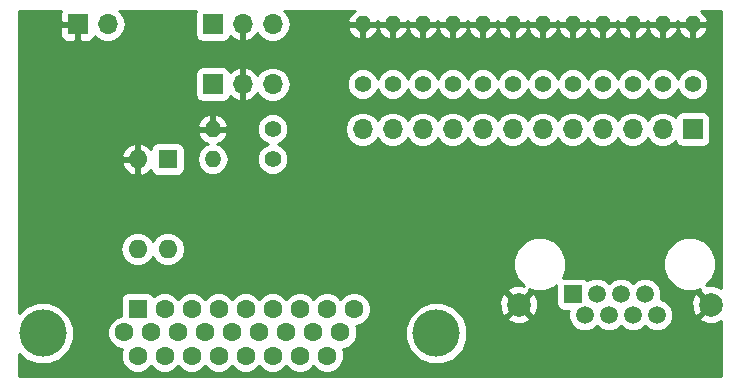
<source format=gbl>
G04 #@! TF.GenerationSoftware,KiCad,Pcbnew,(6.0.0-rc1-dev-392-gd9d005190)*
G04 #@! TF.CreationDate,2019-08-06T20:11:49-04:00*
G04 #@! TF.ProjectId,relay_ctrl,72656C61795F6374726C2E6B69636164,rev?*
G04 #@! TF.SameCoordinates,Original*
G04 #@! TF.FileFunction,Copper,L2,Bot,Signal*
G04 #@! TF.FilePolarity,Positive*
%FSLAX46Y46*%
G04 Gerber Fmt 4.6, Leading zero omitted, Abs format (unit mm)*
G04 Created by KiCad (PCBNEW (6.0.0-rc1-dev-392-gd9d005190)) date 08/06/19 20:11:49*
%MOMM*%
%LPD*%
G01*
G04 APERTURE LIST*
G04 #@! TA.AperFunction,ComponentPad*
%ADD10O,1.600000X1.600000*%
G04 #@! TD*
G04 #@! TA.AperFunction,ComponentPad*
%ADD11R,1.600000X1.600000*%
G04 #@! TD*
G04 #@! TA.AperFunction,ComponentPad*
%ADD12O,1.400000X1.400000*%
G04 #@! TD*
G04 #@! TA.AperFunction,ComponentPad*
%ADD13C,1.400000*%
G04 #@! TD*
G04 #@! TA.AperFunction,ComponentPad*
%ADD14O,1.700000X1.700000*%
G04 #@! TD*
G04 #@! TA.AperFunction,ComponentPad*
%ADD15R,1.700000X1.700000*%
G04 #@! TD*
G04 #@! TA.AperFunction,ComponentPad*
%ADD16C,4.000000*%
G04 #@! TD*
G04 #@! TA.AperFunction,ComponentPad*
%ADD17C,1.600000*%
G04 #@! TD*
G04 #@! TA.AperFunction,ComponentPad*
%ADD18C,2.000000*%
G04 #@! TD*
G04 #@! TA.AperFunction,ComponentPad*
%ADD19C,1.500000*%
G04 #@! TD*
G04 #@! TA.AperFunction,ComponentPad*
%ADD20R,1.500000X1.500000*%
G04 #@! TD*
G04 #@! TA.AperFunction,Conductor*
%ADD21C,0.254000*%
G04 #@! TD*
G04 APERTURE END LIST*
D10*
G04 #@! TO.P,U1,4*
G04 #@! TO.N,Turbo_remotepriority*
X148590000Y-132080000D03*
G04 #@! TO.P,U1,2*
G04 #@! TO.N,GND*
X146050000Y-124460000D03*
G04 #@! TO.P,U1,3*
G04 #@! TO.N,Turbo_Vref*
X146050000Y-132080000D03*
D11*
G04 #@! TO.P,U1,1*
G04 #@! TO.N,Net-(R10-Pad2)*
X148590000Y-124460000D03*
G04 #@! TD*
D12*
G04 #@! TO.P,R14,2*
G04 #@! TO.N,GND*
X165100000Y-113030000D03*
D13*
G04 #@! TO.P,R14,1*
G04 #@! TO.N,Convection_relay*
X165100000Y-118110000D03*
G04 #@! TD*
D12*
G04 #@! TO.P,R13,2*
G04 #@! TO.N,GND*
X167640000Y-113030000D03*
D13*
G04 #@! TO.P,R13,1*
G04 #@! TO.N,Turbo_interlock*
X167640000Y-118110000D03*
G04 #@! TD*
D12*
G04 #@! TO.P,R12,2*
G04 #@! TO.N,GND*
X170180000Y-113030000D03*
D13*
G04 #@! TO.P,R12,1*
G04 #@! TO.N,Turbo_active*
X170180000Y-118110000D03*
G04 #@! TD*
D12*
G04 #@! TO.P,R11,2*
G04 #@! TO.N,GND*
X172720000Y-113030000D03*
D13*
G04 #@! TO.P,R11,1*
G04 #@! TO.N,IG_relay*
X172720000Y-118110000D03*
G04 #@! TD*
D12*
G04 #@! TO.P,R10,2*
G04 #@! TO.N,Net-(R10-Pad2)*
X152400000Y-124460000D03*
D13*
G04 #@! TO.P,R10,1*
G04 #@! TO.N,Turbo_interlock*
X157480000Y-124460000D03*
G04 #@! TD*
D12*
G04 #@! TO.P,R9,2*
G04 #@! TO.N,GND*
X175260000Y-113030000D03*
D13*
G04 #@! TO.P,R9,1*
G04 #@! TO.N,Backing2_active*
X175260000Y-118110000D03*
G04 #@! TD*
D12*
G04 #@! TO.P,R8,2*
G04 #@! TO.N,GND*
X177800000Y-113030000D03*
D13*
G04 #@! TO.P,R8,1*
G04 #@! TO.N,Compressor2_active*
X177800000Y-118110000D03*
G04 #@! TD*
D12*
G04 #@! TO.P,R7,2*
G04 #@! TO.N,GND*
X152400000Y-121920000D03*
D13*
G04 #@! TO.P,R7,1*
G04 #@! TO.N,Turbo_interlock*
X157480000Y-121920000D03*
G04 #@! TD*
D12*
G04 #@! TO.P,R6,2*
G04 #@! TO.N,GND*
X180340000Y-113030000D03*
D13*
G04 #@! TO.P,R6,1*
G04 #@! TO.N,Compressor1_active*
X180340000Y-118110000D03*
G04 #@! TD*
D12*
G04 #@! TO.P,R5,2*
G04 #@! TO.N,GND*
X182880000Y-113030000D03*
D13*
G04 #@! TO.P,R5,1*
G04 #@! TO.N,Backing1_active*
X182880000Y-118110000D03*
G04 #@! TD*
D12*
G04 #@! TO.P,R4,2*
G04 #@! TO.N,GND*
X185420000Y-113030000D03*
D13*
G04 #@! TO.P,R4,1*
G04 #@! TO.N,Compressor1_interlock*
X185420000Y-118110000D03*
G04 #@! TD*
D12*
G04 #@! TO.P,R3,2*
G04 #@! TO.N,GND*
X187960000Y-113030000D03*
D13*
G04 #@! TO.P,R3,1*
G04 #@! TO.N,Backing1_interlock*
X187960000Y-118110000D03*
G04 #@! TD*
D12*
G04 #@! TO.P,R2,2*
G04 #@! TO.N,GND*
X190500000Y-113030000D03*
D13*
G04 #@! TO.P,R2,1*
G04 #@! TO.N,Backing2_interlock*
X190500000Y-118110000D03*
G04 #@! TD*
D12*
G04 #@! TO.P,R1,2*
G04 #@! TO.N,GND*
X193040000Y-113030000D03*
D13*
G04 #@! TO.P,R1,1*
G04 #@! TO.N,Compressor2_interlock*
X193040000Y-118110000D03*
G04 #@! TD*
D14*
G04 #@! TO.P,J5,2*
G04 #@! TO.N,+5V*
X143510000Y-113030000D03*
D15*
G04 #@! TO.P,J5,1*
G04 #@! TO.N,GND*
X140970000Y-113030000D03*
G04 #@! TD*
D14*
G04 #@! TO.P,J4,3*
G04 #@! TO.N,IG_relay*
X157480000Y-113030000D03*
G04 #@! TO.P,J4,2*
G04 #@! TO.N,GND*
X154940000Y-113030000D03*
D15*
G04 #@! TO.P,J4,1*
G04 #@! TO.N,+5V*
X152400000Y-113030000D03*
G04 #@! TD*
D14*
G04 #@! TO.P,J3,3*
G04 #@! TO.N,Convection_relay*
X157480000Y-118110000D03*
G04 #@! TO.P,J3,2*
G04 #@! TO.N,GND*
X154940000Y-118110000D03*
D15*
G04 #@! TO.P,J3,1*
G04 #@! TO.N,+5V*
X152400000Y-118110000D03*
G04 #@! TD*
D14*
G04 #@! TO.P,J6,12*
G04 #@! TO.N,Convection_relay*
X165100000Y-121920000D03*
G04 #@! TO.P,J6,11*
G04 #@! TO.N,Turbo_interlock*
X167640000Y-121920000D03*
G04 #@! TO.P,J6,10*
G04 #@! TO.N,Turbo_active*
X170180000Y-121920000D03*
G04 #@! TO.P,J6,9*
G04 #@! TO.N,IG_relay*
X172720000Y-121920000D03*
G04 #@! TO.P,J6,8*
G04 #@! TO.N,Backing2_active*
X175260000Y-121920000D03*
G04 #@! TO.P,J6,7*
G04 #@! TO.N,Compressor2_active*
X177800000Y-121920000D03*
G04 #@! TO.P,J6,6*
G04 #@! TO.N,Compressor1_active*
X180340000Y-121920000D03*
G04 #@! TO.P,J6,5*
G04 #@! TO.N,Backing1_active*
X182880000Y-121920000D03*
G04 #@! TO.P,J6,4*
G04 #@! TO.N,Compressor1_interlock*
X185420000Y-121920000D03*
G04 #@! TO.P,J6,3*
G04 #@! TO.N,Backing1_interlock*
X187960000Y-121920000D03*
G04 #@! TO.P,J6,2*
G04 #@! TO.N,Backing2_interlock*
X190500000Y-121920000D03*
D15*
G04 #@! TO.P,J6,1*
G04 #@! TO.N,Compressor2_interlock*
X193040000Y-121920000D03*
G04 #@! TD*
D16*
G04 #@! TO.P,J2,0*
G04 #@! TO.N,N/C*
X171325000Y-139210000D03*
X138025000Y-139210000D03*
D17*
G04 #@! TO.P,J2,26*
G04 #@! TO.N,Net-(J2-Pad26)*
X162080000Y-141120000D03*
G04 #@! TO.P,J2,25*
G04 #@! TO.N,Net-(J2-Pad25)*
X159790000Y-141120000D03*
G04 #@! TO.P,J2,24*
G04 #@! TO.N,Net-(J2-Pad24)*
X157500000Y-141120000D03*
G04 #@! TO.P,J2,23*
G04 #@! TO.N,Net-(J2-Pad23)*
X155210000Y-141120000D03*
G04 #@! TO.P,J2,22*
G04 #@! TO.N,Net-(J2-Pad22)*
X152920000Y-141120000D03*
G04 #@! TO.P,J2,21*
G04 #@! TO.N,Net-(J2-Pad21)*
X150630000Y-141120000D03*
G04 #@! TO.P,J2,20*
G04 #@! TO.N,Net-(J2-Pad20)*
X148340000Y-141120000D03*
G04 #@! TO.P,J2,19*
G04 #@! TO.N,Net-(J2-Pad19)*
X146050000Y-141120000D03*
G04 #@! TO.P,J2,18*
G04 #@! TO.N,Net-(J2-Pad18)*
X163225000Y-139140000D03*
G04 #@! TO.P,J2,17*
G04 #@! TO.N,Turbo_active*
X160935000Y-139140000D03*
G04 #@! TO.P,J2,16*
G04 #@! TO.N,+5V*
X158645000Y-139140000D03*
G04 #@! TO.P,J2,15*
G04 #@! TO.N,Turbo_remotepriority*
X156355000Y-139140000D03*
G04 #@! TO.P,J2,14*
G04 #@! TO.N,Net-(J2-Pad14)*
X154065000Y-139140000D03*
G04 #@! TO.P,J2,13*
G04 #@! TO.N,Net-(J2-Pad13)*
X151775000Y-139140000D03*
G04 #@! TO.P,J2,12*
G04 #@! TO.N,Net-(J2-Pad12)*
X149485000Y-139140000D03*
G04 #@! TO.P,J2,11*
G04 #@! TO.N,Net-(J2-Pad11)*
X147195000Y-139140000D03*
G04 #@! TO.P,J2,10*
G04 #@! TO.N,Net-(J2-Pad10)*
X144905000Y-139140000D03*
G04 #@! TO.P,J2,9*
G04 #@! TO.N,Net-(J2-Pad9)*
X164370000Y-137160000D03*
G04 #@! TO.P,J2,8*
G04 #@! TO.N,Net-(J2-Pad8)*
X162080000Y-137160000D03*
G04 #@! TO.P,J2,7*
G04 #@! TO.N,Net-(J2-Pad7)*
X159790000Y-137160000D03*
G04 #@! TO.P,J2,6*
G04 #@! TO.N,Net-(J2-Pad6)*
X157500000Y-137160000D03*
G04 #@! TO.P,J2,5*
G04 #@! TO.N,Net-(J2-Pad5)*
X155210000Y-137160000D03*
G04 #@! TO.P,J2,4*
G04 #@! TO.N,Net-(J2-Pad4)*
X152920000Y-137160000D03*
G04 #@! TO.P,J2,3*
G04 #@! TO.N,Net-(J2-Pad3)*
X150630000Y-137160000D03*
G04 #@! TO.P,J2,2*
G04 #@! TO.N,Net-(J2-Pad2)*
X148340000Y-137160000D03*
D11*
G04 #@! TO.P,J2,1*
G04 #@! TO.N,Turbo_Vref*
X146050000Y-137160000D03*
G04 #@! TD*
D18*
G04 #@! TO.P,J1,SH*
G04 #@! TO.N,GND*
X178310000Y-136780000D03*
X194570000Y-136780000D03*
D19*
G04 #@! TO.P,J1,8*
G04 #@! TO.N,Backing2_interlock*
X190020000Y-137670000D03*
G04 #@! TO.P,J1,6*
G04 #@! TO.N,Compressor2_interlock*
X187980000Y-137670000D03*
G04 #@! TO.P,J1,4*
G04 #@! TO.N,Backing2_active*
X185940000Y-137670000D03*
G04 #@! TO.P,J1,2*
G04 #@! TO.N,Compressor2_active*
X183900000Y-137670000D03*
G04 #@! TO.P,J1,7*
G04 #@! TO.N,Backing1_interlock*
X189000000Y-135890000D03*
G04 #@! TO.P,J1,5*
G04 #@! TO.N,Compressor1_interlock*
X186960000Y-135890000D03*
G04 #@! TO.P,J1,3*
G04 #@! TO.N,Backing1_active*
X184920000Y-135890000D03*
D20*
G04 #@! TO.P,J1,1*
G04 #@! TO.N,Compressor1_active*
X182880000Y-135890000D03*
G04 #@! TD*
D21*
G04 #@! TO.N,GND*
G36*
X139485000Y-112053691D02*
X139485000Y-112744250D01*
X139643750Y-112903000D01*
X140843000Y-112903000D01*
X140843000Y-112883000D01*
X141097000Y-112883000D01*
X141097000Y-112903000D01*
X141117000Y-112903000D01*
X141117000Y-113157000D01*
X141097000Y-113157000D01*
X141097000Y-114356250D01*
X141255750Y-114515000D01*
X141946310Y-114515000D01*
X142179699Y-114418327D01*
X142358327Y-114239698D01*
X142424904Y-114078967D01*
X142439375Y-114100625D01*
X142930582Y-114428839D01*
X143363744Y-114515000D01*
X143656256Y-114515000D01*
X144089418Y-114428839D01*
X144580625Y-114100625D01*
X144908839Y-113609418D01*
X145024092Y-113030000D01*
X144908839Y-112450582D01*
X144580625Y-111959375D01*
X144472308Y-111887000D01*
X150982068Y-111887000D01*
X150951843Y-111932235D01*
X150902560Y-112180000D01*
X150902560Y-113880000D01*
X150951843Y-114127765D01*
X151092191Y-114337809D01*
X151302235Y-114478157D01*
X151550000Y-114527440D01*
X153250000Y-114527440D01*
X153497765Y-114478157D01*
X153707809Y-114337809D01*
X153848157Y-114127765D01*
X153868739Y-114024292D01*
X154173076Y-114301645D01*
X154583110Y-114471476D01*
X154813000Y-114350155D01*
X154813000Y-113157000D01*
X154793000Y-113157000D01*
X154793000Y-112903000D01*
X154813000Y-112903000D01*
X154813000Y-112883000D01*
X155067000Y-112883000D01*
X155067000Y-112903000D01*
X155087000Y-112903000D01*
X155087000Y-113157000D01*
X155067000Y-113157000D01*
X155067000Y-114350155D01*
X155296890Y-114471476D01*
X155706924Y-114301645D01*
X156135183Y-113911358D01*
X156196157Y-113781522D01*
X156409375Y-114100625D01*
X156900582Y-114428839D01*
X157333744Y-114515000D01*
X157626256Y-114515000D01*
X158059418Y-114428839D01*
X158550625Y-114100625D01*
X158878839Y-113609418D01*
X158927788Y-113363331D01*
X163807273Y-113363331D01*
X164033236Y-113832663D01*
X164421604Y-114179797D01*
X164766671Y-114322716D01*
X164973000Y-114199374D01*
X164973000Y-113157000D01*
X165227000Y-113157000D01*
X165227000Y-114199374D01*
X165433329Y-114322716D01*
X165778396Y-114179797D01*
X166166764Y-113832663D01*
X166370000Y-113410536D01*
X166573236Y-113832663D01*
X166961604Y-114179797D01*
X167306671Y-114322716D01*
X167513000Y-114199374D01*
X167513000Y-113157000D01*
X167767000Y-113157000D01*
X167767000Y-114199374D01*
X167973329Y-114322716D01*
X168318396Y-114179797D01*
X168706764Y-113832663D01*
X168910000Y-113410536D01*
X169113236Y-113832663D01*
X169501604Y-114179797D01*
X169846671Y-114322716D01*
X170053000Y-114199374D01*
X170053000Y-113157000D01*
X170307000Y-113157000D01*
X170307000Y-114199374D01*
X170513329Y-114322716D01*
X170858396Y-114179797D01*
X171246764Y-113832663D01*
X171450000Y-113410536D01*
X171653236Y-113832663D01*
X172041604Y-114179797D01*
X172386671Y-114322716D01*
X172593000Y-114199374D01*
X172593000Y-113157000D01*
X172847000Y-113157000D01*
X172847000Y-114199374D01*
X173053329Y-114322716D01*
X173398396Y-114179797D01*
X173786764Y-113832663D01*
X173990000Y-113410536D01*
X174193236Y-113832663D01*
X174581604Y-114179797D01*
X174926671Y-114322716D01*
X175133000Y-114199374D01*
X175133000Y-113157000D01*
X175387000Y-113157000D01*
X175387000Y-114199374D01*
X175593329Y-114322716D01*
X175938396Y-114179797D01*
X176326764Y-113832663D01*
X176530000Y-113410536D01*
X176733236Y-113832663D01*
X177121604Y-114179797D01*
X177466671Y-114322716D01*
X177673000Y-114199374D01*
X177673000Y-113157000D01*
X177927000Y-113157000D01*
X177927000Y-114199374D01*
X178133329Y-114322716D01*
X178478396Y-114179797D01*
X178866764Y-113832663D01*
X179070000Y-113410536D01*
X179273236Y-113832663D01*
X179661604Y-114179797D01*
X180006671Y-114322716D01*
X180213000Y-114199374D01*
X180213000Y-113157000D01*
X180467000Y-113157000D01*
X180467000Y-114199374D01*
X180673329Y-114322716D01*
X181018396Y-114179797D01*
X181406764Y-113832663D01*
X181610000Y-113410536D01*
X181813236Y-113832663D01*
X182201604Y-114179797D01*
X182546671Y-114322716D01*
X182753000Y-114199374D01*
X182753000Y-113157000D01*
X183007000Y-113157000D01*
X183007000Y-114199374D01*
X183213329Y-114322716D01*
X183558396Y-114179797D01*
X183946764Y-113832663D01*
X184150000Y-113410536D01*
X184353236Y-113832663D01*
X184741604Y-114179797D01*
X185086671Y-114322716D01*
X185293000Y-114199374D01*
X185293000Y-113157000D01*
X185547000Y-113157000D01*
X185547000Y-114199374D01*
X185753329Y-114322716D01*
X186098396Y-114179797D01*
X186486764Y-113832663D01*
X186690000Y-113410536D01*
X186893236Y-113832663D01*
X187281604Y-114179797D01*
X187626671Y-114322716D01*
X187833000Y-114199374D01*
X187833000Y-113157000D01*
X188087000Y-113157000D01*
X188087000Y-114199374D01*
X188293329Y-114322716D01*
X188638396Y-114179797D01*
X189026764Y-113832663D01*
X189230000Y-113410536D01*
X189433236Y-113832663D01*
X189821604Y-114179797D01*
X190166671Y-114322716D01*
X190373000Y-114199374D01*
X190373000Y-113157000D01*
X190627000Y-113157000D01*
X190627000Y-114199374D01*
X190833329Y-114322716D01*
X191178396Y-114179797D01*
X191566764Y-113832663D01*
X191770000Y-113410536D01*
X191973236Y-113832663D01*
X192361604Y-114179797D01*
X192706671Y-114322716D01*
X192913000Y-114199374D01*
X192913000Y-113157000D01*
X193167000Y-113157000D01*
X193167000Y-114199374D01*
X193373329Y-114322716D01*
X193718396Y-114179797D01*
X194106764Y-113832663D01*
X194332727Y-113363331D01*
X194210206Y-113157000D01*
X193167000Y-113157000D01*
X192913000Y-113157000D01*
X191869794Y-113157000D01*
X191770000Y-113325058D01*
X191670206Y-113157000D01*
X190627000Y-113157000D01*
X190373000Y-113157000D01*
X189329794Y-113157000D01*
X189230000Y-113325058D01*
X189130206Y-113157000D01*
X188087000Y-113157000D01*
X187833000Y-113157000D01*
X186789794Y-113157000D01*
X186690000Y-113325058D01*
X186590206Y-113157000D01*
X185547000Y-113157000D01*
X185293000Y-113157000D01*
X184249794Y-113157000D01*
X184150000Y-113325058D01*
X184050206Y-113157000D01*
X183007000Y-113157000D01*
X182753000Y-113157000D01*
X181709794Y-113157000D01*
X181610000Y-113325058D01*
X181510206Y-113157000D01*
X180467000Y-113157000D01*
X180213000Y-113157000D01*
X179169794Y-113157000D01*
X179070000Y-113325058D01*
X178970206Y-113157000D01*
X177927000Y-113157000D01*
X177673000Y-113157000D01*
X176629794Y-113157000D01*
X176530000Y-113325058D01*
X176430206Y-113157000D01*
X175387000Y-113157000D01*
X175133000Y-113157000D01*
X174089794Y-113157000D01*
X173990000Y-113325058D01*
X173890206Y-113157000D01*
X172847000Y-113157000D01*
X172593000Y-113157000D01*
X171549794Y-113157000D01*
X171450000Y-113325058D01*
X171350206Y-113157000D01*
X170307000Y-113157000D01*
X170053000Y-113157000D01*
X169009794Y-113157000D01*
X168910000Y-113325058D01*
X168810206Y-113157000D01*
X167767000Y-113157000D01*
X167513000Y-113157000D01*
X166469794Y-113157000D01*
X166370000Y-113325058D01*
X166270206Y-113157000D01*
X165227000Y-113157000D01*
X164973000Y-113157000D01*
X163929794Y-113157000D01*
X163807273Y-113363331D01*
X158927788Y-113363331D01*
X158994092Y-113030000D01*
X158878839Y-112450582D01*
X158550625Y-111959375D01*
X158442308Y-111887000D01*
X164414000Y-111887000D01*
X164033236Y-112227337D01*
X163807273Y-112696669D01*
X163929794Y-112903000D01*
X164973000Y-112903000D01*
X164973000Y-112883000D01*
X165227000Y-112883000D01*
X165227000Y-112903000D01*
X166270206Y-112903000D01*
X166370000Y-112734942D01*
X166469794Y-112903000D01*
X167513000Y-112903000D01*
X167513000Y-112883000D01*
X167767000Y-112883000D01*
X167767000Y-112903000D01*
X168810206Y-112903000D01*
X168910000Y-112734942D01*
X169009794Y-112903000D01*
X170053000Y-112903000D01*
X170053000Y-112883000D01*
X170307000Y-112883000D01*
X170307000Y-112903000D01*
X171350206Y-112903000D01*
X171450000Y-112734942D01*
X171549794Y-112903000D01*
X172593000Y-112903000D01*
X172593000Y-112883000D01*
X172847000Y-112883000D01*
X172847000Y-112903000D01*
X173890206Y-112903000D01*
X173990000Y-112734942D01*
X174089794Y-112903000D01*
X175133000Y-112903000D01*
X175133000Y-112883000D01*
X175387000Y-112883000D01*
X175387000Y-112903000D01*
X176430206Y-112903000D01*
X176530000Y-112734942D01*
X176629794Y-112903000D01*
X177673000Y-112903000D01*
X177673000Y-112883000D01*
X177927000Y-112883000D01*
X177927000Y-112903000D01*
X178970206Y-112903000D01*
X179070000Y-112734942D01*
X179169794Y-112903000D01*
X180213000Y-112903000D01*
X180213000Y-112883000D01*
X180467000Y-112883000D01*
X180467000Y-112903000D01*
X181510206Y-112903000D01*
X181610000Y-112734942D01*
X181709794Y-112903000D01*
X182753000Y-112903000D01*
X182753000Y-112883000D01*
X183007000Y-112883000D01*
X183007000Y-112903000D01*
X184050206Y-112903000D01*
X184150000Y-112734942D01*
X184249794Y-112903000D01*
X185293000Y-112903000D01*
X185293000Y-112883000D01*
X185547000Y-112883000D01*
X185547000Y-112903000D01*
X186590206Y-112903000D01*
X186690000Y-112734942D01*
X186789794Y-112903000D01*
X187833000Y-112903000D01*
X187833000Y-112883000D01*
X188087000Y-112883000D01*
X188087000Y-112903000D01*
X189130206Y-112903000D01*
X189230000Y-112734942D01*
X189329794Y-112903000D01*
X190373000Y-112903000D01*
X190373000Y-112883000D01*
X190627000Y-112883000D01*
X190627000Y-112903000D01*
X191670206Y-112903000D01*
X191770000Y-112734942D01*
X191869794Y-112903000D01*
X192913000Y-112903000D01*
X192913000Y-112883000D01*
X193167000Y-112883000D01*
X193167000Y-112903000D01*
X194210206Y-112903000D01*
X194332727Y-112696669D01*
X194106764Y-112227337D01*
X193726000Y-111887000D01*
X195453000Y-111887000D01*
X195453000Y-135384241D01*
X195444264Y-135360613D01*
X194834539Y-135134092D01*
X194184540Y-135158144D01*
X194173338Y-135162784D01*
X194705935Y-134630187D01*
X195050000Y-133799542D01*
X195050000Y-132900458D01*
X194705935Y-132069813D01*
X194070187Y-131434065D01*
X193239542Y-131090000D01*
X192340458Y-131090000D01*
X191509813Y-131434065D01*
X190874065Y-132069813D01*
X190530000Y-132900458D01*
X190530000Y-133799542D01*
X190874065Y-134630187D01*
X191509813Y-135265935D01*
X192340458Y-135610000D01*
X193239542Y-135610000D01*
X193669355Y-135431965D01*
X193597073Y-135627468D01*
X194570000Y-136600395D01*
X194584143Y-136586253D01*
X194763748Y-136765858D01*
X194749605Y-136780000D01*
X194763748Y-136794143D01*
X194584143Y-136973748D01*
X194570000Y-136959605D01*
X193597073Y-137932532D01*
X193695736Y-138199387D01*
X194305461Y-138425908D01*
X194955460Y-138401856D01*
X195444264Y-138199387D01*
X195453000Y-138175759D01*
X195453000Y-142850000D01*
X136017000Y-142850000D01*
X136017000Y-140928453D01*
X136532392Y-141443845D01*
X137500866Y-141845000D01*
X138549134Y-141845000D01*
X139517608Y-141443845D01*
X140258845Y-140702608D01*
X140660000Y-139734134D01*
X140660000Y-138854561D01*
X143470000Y-138854561D01*
X143470000Y-139425439D01*
X143688466Y-139952862D01*
X144092138Y-140356534D01*
X144619561Y-140575000D01*
X144722514Y-140575000D01*
X144615000Y-140834561D01*
X144615000Y-141405439D01*
X144833466Y-141932862D01*
X145237138Y-142336534D01*
X145764561Y-142555000D01*
X146335439Y-142555000D01*
X146862862Y-142336534D01*
X147195000Y-142004396D01*
X147527138Y-142336534D01*
X148054561Y-142555000D01*
X148625439Y-142555000D01*
X149152862Y-142336534D01*
X149485000Y-142004396D01*
X149817138Y-142336534D01*
X150344561Y-142555000D01*
X150915439Y-142555000D01*
X151442862Y-142336534D01*
X151775000Y-142004396D01*
X152107138Y-142336534D01*
X152634561Y-142555000D01*
X153205439Y-142555000D01*
X153732862Y-142336534D01*
X154065000Y-142004396D01*
X154397138Y-142336534D01*
X154924561Y-142555000D01*
X155495439Y-142555000D01*
X156022862Y-142336534D01*
X156355000Y-142004396D01*
X156687138Y-142336534D01*
X157214561Y-142555000D01*
X157785439Y-142555000D01*
X158312862Y-142336534D01*
X158645000Y-142004396D01*
X158977138Y-142336534D01*
X159504561Y-142555000D01*
X160075439Y-142555000D01*
X160602862Y-142336534D01*
X160935000Y-142004396D01*
X161267138Y-142336534D01*
X161794561Y-142555000D01*
X162365439Y-142555000D01*
X162892862Y-142336534D01*
X163296534Y-141932862D01*
X163515000Y-141405439D01*
X163515000Y-140834561D01*
X163407486Y-140575000D01*
X163510439Y-140575000D01*
X164037862Y-140356534D01*
X164441534Y-139952862D01*
X164660000Y-139425439D01*
X164660000Y-138854561D01*
X164590125Y-138685866D01*
X168690000Y-138685866D01*
X168690000Y-139734134D01*
X169091155Y-140702608D01*
X169832392Y-141443845D01*
X170800866Y-141845000D01*
X171849134Y-141845000D01*
X172817608Y-141443845D01*
X173558845Y-140702608D01*
X173960000Y-139734134D01*
X173960000Y-138685866D01*
X173647959Y-137932532D01*
X177337073Y-137932532D01*
X177435736Y-138199387D01*
X178045461Y-138425908D01*
X178695460Y-138401856D01*
X179184264Y-138199387D01*
X179282927Y-137932532D01*
X178310000Y-136959605D01*
X177337073Y-137932532D01*
X173647959Y-137932532D01*
X173558845Y-137717392D01*
X172817608Y-136976155D01*
X171849134Y-136575000D01*
X170800866Y-136575000D01*
X169832392Y-136976155D01*
X169091155Y-137717392D01*
X168690000Y-138685866D01*
X164590125Y-138685866D01*
X164552486Y-138595000D01*
X164655439Y-138595000D01*
X165182862Y-138376534D01*
X165586534Y-137972862D01*
X165805000Y-137445439D01*
X165805000Y-136874561D01*
X165656256Y-136515461D01*
X176664092Y-136515461D01*
X176688144Y-137165460D01*
X176890613Y-137654264D01*
X177157468Y-137752927D01*
X178130395Y-136780000D01*
X178489605Y-136780000D01*
X179462532Y-137752927D01*
X179729387Y-137654264D01*
X179955908Y-137044539D01*
X179931856Y-136394540D01*
X179729387Y-135905736D01*
X179462532Y-135807073D01*
X178489605Y-136780000D01*
X178130395Y-136780000D01*
X177157468Y-135807073D01*
X176890613Y-135905736D01*
X176664092Y-136515461D01*
X165656256Y-136515461D01*
X165586534Y-136347138D01*
X165182862Y-135943466D01*
X164655439Y-135725000D01*
X164084561Y-135725000D01*
X163557138Y-135943466D01*
X163225000Y-136275604D01*
X162892862Y-135943466D01*
X162365439Y-135725000D01*
X161794561Y-135725000D01*
X161267138Y-135943466D01*
X160935000Y-136275604D01*
X160602862Y-135943466D01*
X160075439Y-135725000D01*
X159504561Y-135725000D01*
X158977138Y-135943466D01*
X158645000Y-136275604D01*
X158312862Y-135943466D01*
X157785439Y-135725000D01*
X157214561Y-135725000D01*
X156687138Y-135943466D01*
X156355000Y-136275604D01*
X156022862Y-135943466D01*
X155495439Y-135725000D01*
X154924561Y-135725000D01*
X154397138Y-135943466D01*
X154065000Y-136275604D01*
X153732862Y-135943466D01*
X153205439Y-135725000D01*
X152634561Y-135725000D01*
X152107138Y-135943466D01*
X151775000Y-136275604D01*
X151442862Y-135943466D01*
X150915439Y-135725000D01*
X150344561Y-135725000D01*
X149817138Y-135943466D01*
X149485000Y-136275604D01*
X149152862Y-135943466D01*
X148625439Y-135725000D01*
X148054561Y-135725000D01*
X147527138Y-135943466D01*
X147412193Y-136058411D01*
X147307809Y-135902191D01*
X147097765Y-135761843D01*
X146850000Y-135712560D01*
X145250000Y-135712560D01*
X145002235Y-135761843D01*
X144792191Y-135902191D01*
X144651843Y-136112235D01*
X144602560Y-136360000D01*
X144602560Y-137712042D01*
X144092138Y-137923466D01*
X143688466Y-138327138D01*
X143470000Y-138854561D01*
X140660000Y-138854561D01*
X140660000Y-138685866D01*
X140258845Y-137717392D01*
X139517608Y-136976155D01*
X138549134Y-136575000D01*
X137500866Y-136575000D01*
X136532392Y-136976155D01*
X136017000Y-137491547D01*
X136017000Y-135627468D01*
X177337073Y-135627468D01*
X178310000Y-136600395D01*
X179282927Y-135627468D01*
X179210645Y-135431965D01*
X179640458Y-135610000D01*
X180539542Y-135610000D01*
X181370187Y-135265935D01*
X181482560Y-135153562D01*
X181482560Y-136640000D01*
X181531843Y-136887765D01*
X181672191Y-137097809D01*
X181882235Y-137238157D01*
X182130000Y-137287440D01*
X182559348Y-137287440D01*
X182515000Y-137394506D01*
X182515000Y-137945494D01*
X182725853Y-138454540D01*
X183115460Y-138844147D01*
X183624506Y-139055000D01*
X184175494Y-139055000D01*
X184684540Y-138844147D01*
X184920000Y-138608687D01*
X185155460Y-138844147D01*
X185664506Y-139055000D01*
X186215494Y-139055000D01*
X186724540Y-138844147D01*
X186960000Y-138608687D01*
X187195460Y-138844147D01*
X187704506Y-139055000D01*
X188255494Y-139055000D01*
X188764540Y-138844147D01*
X189000000Y-138608687D01*
X189235460Y-138844147D01*
X189744506Y-139055000D01*
X190295494Y-139055000D01*
X190804540Y-138844147D01*
X191194147Y-138454540D01*
X191405000Y-137945494D01*
X191405000Y-137394506D01*
X191194147Y-136885460D01*
X190824148Y-136515461D01*
X192924092Y-136515461D01*
X192948144Y-137165460D01*
X193150613Y-137654264D01*
X193417468Y-137752927D01*
X194390395Y-136780000D01*
X193417468Y-135807073D01*
X193150613Y-135905736D01*
X192924092Y-136515461D01*
X190824148Y-136515461D01*
X190804540Y-136495853D01*
X190329641Y-136299144D01*
X190385000Y-136165494D01*
X190385000Y-135614506D01*
X190174147Y-135105460D01*
X189784540Y-134715853D01*
X189275494Y-134505000D01*
X188724506Y-134505000D01*
X188215460Y-134715853D01*
X187980000Y-134951313D01*
X187744540Y-134715853D01*
X187235494Y-134505000D01*
X186684506Y-134505000D01*
X186175460Y-134715853D01*
X185940000Y-134951313D01*
X185704540Y-134715853D01*
X185195494Y-134505000D01*
X184644506Y-134505000D01*
X184135460Y-134715853D01*
X184120379Y-134730934D01*
X184087809Y-134682191D01*
X183877765Y-134541843D01*
X183630000Y-134492560D01*
X182130000Y-134492560D01*
X182056921Y-134507096D01*
X182350000Y-133799542D01*
X182350000Y-132900458D01*
X182005935Y-132069813D01*
X181370187Y-131434065D01*
X180539542Y-131090000D01*
X179640458Y-131090000D01*
X178809813Y-131434065D01*
X178174065Y-132069813D01*
X177830000Y-132900458D01*
X177830000Y-133799542D01*
X178174065Y-134630187D01*
X178739111Y-135195233D01*
X178574539Y-135134092D01*
X177924540Y-135158144D01*
X177435736Y-135360613D01*
X177337073Y-135627468D01*
X136017000Y-135627468D01*
X136017000Y-132080000D01*
X144586887Y-132080000D01*
X144698260Y-132639909D01*
X145015423Y-133114577D01*
X145490091Y-133431740D01*
X145908667Y-133515000D01*
X146191333Y-133515000D01*
X146609909Y-133431740D01*
X147084577Y-133114577D01*
X147320000Y-132762242D01*
X147555423Y-133114577D01*
X148030091Y-133431740D01*
X148448667Y-133515000D01*
X148731333Y-133515000D01*
X149149909Y-133431740D01*
X149624577Y-133114577D01*
X149941740Y-132639909D01*
X150053113Y-132080000D01*
X149941740Y-131520091D01*
X149624577Y-131045423D01*
X149149909Y-130728260D01*
X148731333Y-130645000D01*
X148448667Y-130645000D01*
X148030091Y-130728260D01*
X147555423Y-131045423D01*
X147320000Y-131397758D01*
X147084577Y-131045423D01*
X146609909Y-130728260D01*
X146191333Y-130645000D01*
X145908667Y-130645000D01*
X145490091Y-130728260D01*
X145015423Y-131045423D01*
X144698260Y-131520091D01*
X144586887Y-132080000D01*
X136017000Y-132080000D01*
X136017000Y-124809041D01*
X144658086Y-124809041D01*
X144897611Y-125315134D01*
X145312577Y-125691041D01*
X145700961Y-125851904D01*
X145923000Y-125729915D01*
X145923000Y-124587000D01*
X144779371Y-124587000D01*
X144658086Y-124809041D01*
X136017000Y-124809041D01*
X136017000Y-124110959D01*
X144658086Y-124110959D01*
X144779371Y-124333000D01*
X145923000Y-124333000D01*
X145923000Y-123190085D01*
X146177000Y-123190085D01*
X146177000Y-124333000D01*
X146197000Y-124333000D01*
X146197000Y-124587000D01*
X146177000Y-124587000D01*
X146177000Y-125729915D01*
X146399039Y-125851904D01*
X146787423Y-125691041D01*
X147160987Y-125352639D01*
X147191843Y-125507765D01*
X147332191Y-125717809D01*
X147542235Y-125858157D01*
X147790000Y-125907440D01*
X149390000Y-125907440D01*
X149637765Y-125858157D01*
X149847809Y-125717809D01*
X149988157Y-125507765D01*
X150037440Y-125260000D01*
X150037440Y-124460000D01*
X151038846Y-124460000D01*
X151142458Y-124980891D01*
X151437519Y-125422481D01*
X151879109Y-125717542D01*
X152268515Y-125795000D01*
X152531485Y-125795000D01*
X152920891Y-125717542D01*
X153362481Y-125422481D01*
X153657542Y-124980891D01*
X153761154Y-124460000D01*
X153657542Y-123939109D01*
X153362481Y-123497519D01*
X152920891Y-123202458D01*
X152803259Y-123179060D01*
X153202663Y-122986764D01*
X153549797Y-122598396D01*
X153692716Y-122253329D01*
X153569374Y-122047000D01*
X152527000Y-122047000D01*
X152527000Y-122067000D01*
X152273000Y-122067000D01*
X152273000Y-122047000D01*
X151230626Y-122047000D01*
X151107284Y-122253329D01*
X151250203Y-122598396D01*
X151597337Y-122986764D01*
X151996741Y-123179060D01*
X151879109Y-123202458D01*
X151437519Y-123497519D01*
X151142458Y-123939109D01*
X151038846Y-124460000D01*
X150037440Y-124460000D01*
X150037440Y-123660000D01*
X149988157Y-123412235D01*
X149847809Y-123202191D01*
X149637765Y-123061843D01*
X149390000Y-123012560D01*
X147790000Y-123012560D01*
X147542235Y-123061843D01*
X147332191Y-123202191D01*
X147191843Y-123412235D01*
X147160987Y-123567361D01*
X146787423Y-123228959D01*
X146399039Y-123068096D01*
X146177000Y-123190085D01*
X145923000Y-123190085D01*
X145700961Y-123068096D01*
X145312577Y-123228959D01*
X144897611Y-123604866D01*
X144658086Y-124110959D01*
X136017000Y-124110959D01*
X136017000Y-121586671D01*
X151107284Y-121586671D01*
X151230626Y-121793000D01*
X152273000Y-121793000D01*
X152273000Y-120749794D01*
X152527000Y-120749794D01*
X152527000Y-121793000D01*
X153569374Y-121793000D01*
X153652197Y-121654452D01*
X156145000Y-121654452D01*
X156145000Y-122185548D01*
X156348242Y-122676217D01*
X156723783Y-123051758D01*
X157057528Y-123190000D01*
X156723783Y-123328242D01*
X156348242Y-123703783D01*
X156145000Y-124194452D01*
X156145000Y-124725548D01*
X156348242Y-125216217D01*
X156723783Y-125591758D01*
X157214452Y-125795000D01*
X157745548Y-125795000D01*
X158236217Y-125591758D01*
X158611758Y-125216217D01*
X158815000Y-124725548D01*
X158815000Y-124194452D01*
X158611758Y-123703783D01*
X158236217Y-123328242D01*
X157902472Y-123190000D01*
X158236217Y-123051758D01*
X158611758Y-122676217D01*
X158815000Y-122185548D01*
X158815000Y-121920000D01*
X163585908Y-121920000D01*
X163701161Y-122499418D01*
X164029375Y-122990625D01*
X164520582Y-123318839D01*
X164953744Y-123405000D01*
X165246256Y-123405000D01*
X165679418Y-123318839D01*
X166170625Y-122990625D01*
X166370000Y-122692239D01*
X166569375Y-122990625D01*
X167060582Y-123318839D01*
X167493744Y-123405000D01*
X167786256Y-123405000D01*
X168219418Y-123318839D01*
X168710625Y-122990625D01*
X168910000Y-122692239D01*
X169109375Y-122990625D01*
X169600582Y-123318839D01*
X170033744Y-123405000D01*
X170326256Y-123405000D01*
X170759418Y-123318839D01*
X171250625Y-122990625D01*
X171450000Y-122692239D01*
X171649375Y-122990625D01*
X172140582Y-123318839D01*
X172573744Y-123405000D01*
X172866256Y-123405000D01*
X173299418Y-123318839D01*
X173790625Y-122990625D01*
X173990000Y-122692239D01*
X174189375Y-122990625D01*
X174680582Y-123318839D01*
X175113744Y-123405000D01*
X175406256Y-123405000D01*
X175839418Y-123318839D01*
X176330625Y-122990625D01*
X176530000Y-122692239D01*
X176729375Y-122990625D01*
X177220582Y-123318839D01*
X177653744Y-123405000D01*
X177946256Y-123405000D01*
X178379418Y-123318839D01*
X178870625Y-122990625D01*
X179070000Y-122692239D01*
X179269375Y-122990625D01*
X179760582Y-123318839D01*
X180193744Y-123405000D01*
X180486256Y-123405000D01*
X180919418Y-123318839D01*
X181410625Y-122990625D01*
X181610000Y-122692239D01*
X181809375Y-122990625D01*
X182300582Y-123318839D01*
X182733744Y-123405000D01*
X183026256Y-123405000D01*
X183459418Y-123318839D01*
X183950625Y-122990625D01*
X184150000Y-122692239D01*
X184349375Y-122990625D01*
X184840582Y-123318839D01*
X185273744Y-123405000D01*
X185566256Y-123405000D01*
X185999418Y-123318839D01*
X186490625Y-122990625D01*
X186690000Y-122692239D01*
X186889375Y-122990625D01*
X187380582Y-123318839D01*
X187813744Y-123405000D01*
X188106256Y-123405000D01*
X188539418Y-123318839D01*
X189030625Y-122990625D01*
X189230000Y-122692239D01*
X189429375Y-122990625D01*
X189920582Y-123318839D01*
X190353744Y-123405000D01*
X190646256Y-123405000D01*
X191079418Y-123318839D01*
X191570625Y-122990625D01*
X191582816Y-122972381D01*
X191591843Y-123017765D01*
X191732191Y-123227809D01*
X191942235Y-123368157D01*
X192190000Y-123417440D01*
X193890000Y-123417440D01*
X194137765Y-123368157D01*
X194347809Y-123227809D01*
X194488157Y-123017765D01*
X194537440Y-122770000D01*
X194537440Y-121070000D01*
X194488157Y-120822235D01*
X194347809Y-120612191D01*
X194137765Y-120471843D01*
X193890000Y-120422560D01*
X192190000Y-120422560D01*
X191942235Y-120471843D01*
X191732191Y-120612191D01*
X191591843Y-120822235D01*
X191582816Y-120867619D01*
X191570625Y-120849375D01*
X191079418Y-120521161D01*
X190646256Y-120435000D01*
X190353744Y-120435000D01*
X189920582Y-120521161D01*
X189429375Y-120849375D01*
X189230000Y-121147761D01*
X189030625Y-120849375D01*
X188539418Y-120521161D01*
X188106256Y-120435000D01*
X187813744Y-120435000D01*
X187380582Y-120521161D01*
X186889375Y-120849375D01*
X186690000Y-121147761D01*
X186490625Y-120849375D01*
X185999418Y-120521161D01*
X185566256Y-120435000D01*
X185273744Y-120435000D01*
X184840582Y-120521161D01*
X184349375Y-120849375D01*
X184150000Y-121147761D01*
X183950625Y-120849375D01*
X183459418Y-120521161D01*
X183026256Y-120435000D01*
X182733744Y-120435000D01*
X182300582Y-120521161D01*
X181809375Y-120849375D01*
X181610000Y-121147761D01*
X181410625Y-120849375D01*
X180919418Y-120521161D01*
X180486256Y-120435000D01*
X180193744Y-120435000D01*
X179760582Y-120521161D01*
X179269375Y-120849375D01*
X179070000Y-121147761D01*
X178870625Y-120849375D01*
X178379418Y-120521161D01*
X177946256Y-120435000D01*
X177653744Y-120435000D01*
X177220582Y-120521161D01*
X176729375Y-120849375D01*
X176530000Y-121147761D01*
X176330625Y-120849375D01*
X175839418Y-120521161D01*
X175406256Y-120435000D01*
X175113744Y-120435000D01*
X174680582Y-120521161D01*
X174189375Y-120849375D01*
X173990000Y-121147761D01*
X173790625Y-120849375D01*
X173299418Y-120521161D01*
X172866256Y-120435000D01*
X172573744Y-120435000D01*
X172140582Y-120521161D01*
X171649375Y-120849375D01*
X171450000Y-121147761D01*
X171250625Y-120849375D01*
X170759418Y-120521161D01*
X170326256Y-120435000D01*
X170033744Y-120435000D01*
X169600582Y-120521161D01*
X169109375Y-120849375D01*
X168910000Y-121147761D01*
X168710625Y-120849375D01*
X168219418Y-120521161D01*
X167786256Y-120435000D01*
X167493744Y-120435000D01*
X167060582Y-120521161D01*
X166569375Y-120849375D01*
X166370000Y-121147761D01*
X166170625Y-120849375D01*
X165679418Y-120521161D01*
X165246256Y-120435000D01*
X164953744Y-120435000D01*
X164520582Y-120521161D01*
X164029375Y-120849375D01*
X163701161Y-121340582D01*
X163585908Y-121920000D01*
X158815000Y-121920000D01*
X158815000Y-121654452D01*
X158611758Y-121163783D01*
X158236217Y-120788242D01*
X157745548Y-120585000D01*
X157214452Y-120585000D01*
X156723783Y-120788242D01*
X156348242Y-121163783D01*
X156145000Y-121654452D01*
X153652197Y-121654452D01*
X153692716Y-121586671D01*
X153549797Y-121241604D01*
X153202663Y-120853236D01*
X152733331Y-120627273D01*
X152527000Y-120749794D01*
X152273000Y-120749794D01*
X152066669Y-120627273D01*
X151597337Y-120853236D01*
X151250203Y-121241604D01*
X151107284Y-121586671D01*
X136017000Y-121586671D01*
X136017000Y-117260000D01*
X150902560Y-117260000D01*
X150902560Y-118960000D01*
X150951843Y-119207765D01*
X151092191Y-119417809D01*
X151302235Y-119558157D01*
X151550000Y-119607440D01*
X153250000Y-119607440D01*
X153497765Y-119558157D01*
X153707809Y-119417809D01*
X153848157Y-119207765D01*
X153868739Y-119104292D01*
X154173076Y-119381645D01*
X154583110Y-119551476D01*
X154813000Y-119430155D01*
X154813000Y-118237000D01*
X154793000Y-118237000D01*
X154793000Y-117983000D01*
X154813000Y-117983000D01*
X154813000Y-116789845D01*
X155067000Y-116789845D01*
X155067000Y-117983000D01*
X155087000Y-117983000D01*
X155087000Y-118237000D01*
X155067000Y-118237000D01*
X155067000Y-119430155D01*
X155296890Y-119551476D01*
X155706924Y-119381645D01*
X156135183Y-118991358D01*
X156196157Y-118861522D01*
X156409375Y-119180625D01*
X156900582Y-119508839D01*
X157333744Y-119595000D01*
X157626256Y-119595000D01*
X158059418Y-119508839D01*
X158550625Y-119180625D01*
X158878839Y-118689418D01*
X158994092Y-118110000D01*
X158941272Y-117844452D01*
X163765000Y-117844452D01*
X163765000Y-118375548D01*
X163968242Y-118866217D01*
X164343783Y-119241758D01*
X164834452Y-119445000D01*
X165365548Y-119445000D01*
X165856217Y-119241758D01*
X166231758Y-118866217D01*
X166370000Y-118532472D01*
X166508242Y-118866217D01*
X166883783Y-119241758D01*
X167374452Y-119445000D01*
X167905548Y-119445000D01*
X168396217Y-119241758D01*
X168771758Y-118866217D01*
X168910000Y-118532472D01*
X169048242Y-118866217D01*
X169423783Y-119241758D01*
X169914452Y-119445000D01*
X170445548Y-119445000D01*
X170936217Y-119241758D01*
X171311758Y-118866217D01*
X171450000Y-118532472D01*
X171588242Y-118866217D01*
X171963783Y-119241758D01*
X172454452Y-119445000D01*
X172985548Y-119445000D01*
X173476217Y-119241758D01*
X173851758Y-118866217D01*
X173990000Y-118532472D01*
X174128242Y-118866217D01*
X174503783Y-119241758D01*
X174994452Y-119445000D01*
X175525548Y-119445000D01*
X176016217Y-119241758D01*
X176391758Y-118866217D01*
X176530000Y-118532472D01*
X176668242Y-118866217D01*
X177043783Y-119241758D01*
X177534452Y-119445000D01*
X178065548Y-119445000D01*
X178556217Y-119241758D01*
X178931758Y-118866217D01*
X179070000Y-118532472D01*
X179208242Y-118866217D01*
X179583783Y-119241758D01*
X180074452Y-119445000D01*
X180605548Y-119445000D01*
X181096217Y-119241758D01*
X181471758Y-118866217D01*
X181610000Y-118532472D01*
X181748242Y-118866217D01*
X182123783Y-119241758D01*
X182614452Y-119445000D01*
X183145548Y-119445000D01*
X183636217Y-119241758D01*
X184011758Y-118866217D01*
X184150000Y-118532472D01*
X184288242Y-118866217D01*
X184663783Y-119241758D01*
X185154452Y-119445000D01*
X185685548Y-119445000D01*
X186176217Y-119241758D01*
X186551758Y-118866217D01*
X186690000Y-118532472D01*
X186828242Y-118866217D01*
X187203783Y-119241758D01*
X187694452Y-119445000D01*
X188225548Y-119445000D01*
X188716217Y-119241758D01*
X189091758Y-118866217D01*
X189230000Y-118532472D01*
X189368242Y-118866217D01*
X189743783Y-119241758D01*
X190234452Y-119445000D01*
X190765548Y-119445000D01*
X191256217Y-119241758D01*
X191631758Y-118866217D01*
X191770000Y-118532472D01*
X191908242Y-118866217D01*
X192283783Y-119241758D01*
X192774452Y-119445000D01*
X193305548Y-119445000D01*
X193796217Y-119241758D01*
X194171758Y-118866217D01*
X194375000Y-118375548D01*
X194375000Y-117844452D01*
X194171758Y-117353783D01*
X193796217Y-116978242D01*
X193305548Y-116775000D01*
X192774452Y-116775000D01*
X192283783Y-116978242D01*
X191908242Y-117353783D01*
X191770000Y-117687528D01*
X191631758Y-117353783D01*
X191256217Y-116978242D01*
X190765548Y-116775000D01*
X190234452Y-116775000D01*
X189743783Y-116978242D01*
X189368242Y-117353783D01*
X189230000Y-117687528D01*
X189091758Y-117353783D01*
X188716217Y-116978242D01*
X188225548Y-116775000D01*
X187694452Y-116775000D01*
X187203783Y-116978242D01*
X186828242Y-117353783D01*
X186690000Y-117687528D01*
X186551758Y-117353783D01*
X186176217Y-116978242D01*
X185685548Y-116775000D01*
X185154452Y-116775000D01*
X184663783Y-116978242D01*
X184288242Y-117353783D01*
X184150000Y-117687528D01*
X184011758Y-117353783D01*
X183636217Y-116978242D01*
X183145548Y-116775000D01*
X182614452Y-116775000D01*
X182123783Y-116978242D01*
X181748242Y-117353783D01*
X181610000Y-117687528D01*
X181471758Y-117353783D01*
X181096217Y-116978242D01*
X180605548Y-116775000D01*
X180074452Y-116775000D01*
X179583783Y-116978242D01*
X179208242Y-117353783D01*
X179070000Y-117687528D01*
X178931758Y-117353783D01*
X178556217Y-116978242D01*
X178065548Y-116775000D01*
X177534452Y-116775000D01*
X177043783Y-116978242D01*
X176668242Y-117353783D01*
X176530000Y-117687528D01*
X176391758Y-117353783D01*
X176016217Y-116978242D01*
X175525548Y-116775000D01*
X174994452Y-116775000D01*
X174503783Y-116978242D01*
X174128242Y-117353783D01*
X173990000Y-117687528D01*
X173851758Y-117353783D01*
X173476217Y-116978242D01*
X172985548Y-116775000D01*
X172454452Y-116775000D01*
X171963783Y-116978242D01*
X171588242Y-117353783D01*
X171450000Y-117687528D01*
X171311758Y-117353783D01*
X170936217Y-116978242D01*
X170445548Y-116775000D01*
X169914452Y-116775000D01*
X169423783Y-116978242D01*
X169048242Y-117353783D01*
X168910000Y-117687528D01*
X168771758Y-117353783D01*
X168396217Y-116978242D01*
X167905548Y-116775000D01*
X167374452Y-116775000D01*
X166883783Y-116978242D01*
X166508242Y-117353783D01*
X166370000Y-117687528D01*
X166231758Y-117353783D01*
X165856217Y-116978242D01*
X165365548Y-116775000D01*
X164834452Y-116775000D01*
X164343783Y-116978242D01*
X163968242Y-117353783D01*
X163765000Y-117844452D01*
X158941272Y-117844452D01*
X158878839Y-117530582D01*
X158550625Y-117039375D01*
X158059418Y-116711161D01*
X157626256Y-116625000D01*
X157333744Y-116625000D01*
X156900582Y-116711161D01*
X156409375Y-117039375D01*
X156196157Y-117358478D01*
X156135183Y-117228642D01*
X155706924Y-116838355D01*
X155296890Y-116668524D01*
X155067000Y-116789845D01*
X154813000Y-116789845D01*
X154583110Y-116668524D01*
X154173076Y-116838355D01*
X153868739Y-117115708D01*
X153848157Y-117012235D01*
X153707809Y-116802191D01*
X153497765Y-116661843D01*
X153250000Y-116612560D01*
X151550000Y-116612560D01*
X151302235Y-116661843D01*
X151092191Y-116802191D01*
X150951843Y-117012235D01*
X150902560Y-117260000D01*
X136017000Y-117260000D01*
X136017000Y-113315750D01*
X139485000Y-113315750D01*
X139485000Y-114006309D01*
X139581673Y-114239698D01*
X139760301Y-114418327D01*
X139993690Y-114515000D01*
X140684250Y-114515000D01*
X140843000Y-114356250D01*
X140843000Y-113157000D01*
X139643750Y-113157000D01*
X139485000Y-113315750D01*
X136017000Y-113315750D01*
X136017000Y-111887000D01*
X139554046Y-111887000D01*
X139485000Y-112053691D01*
X139485000Y-112053691D01*
G37*
X139485000Y-112053691D02*
X139485000Y-112744250D01*
X139643750Y-112903000D01*
X140843000Y-112903000D01*
X140843000Y-112883000D01*
X141097000Y-112883000D01*
X141097000Y-112903000D01*
X141117000Y-112903000D01*
X141117000Y-113157000D01*
X141097000Y-113157000D01*
X141097000Y-114356250D01*
X141255750Y-114515000D01*
X141946310Y-114515000D01*
X142179699Y-114418327D01*
X142358327Y-114239698D01*
X142424904Y-114078967D01*
X142439375Y-114100625D01*
X142930582Y-114428839D01*
X143363744Y-114515000D01*
X143656256Y-114515000D01*
X144089418Y-114428839D01*
X144580625Y-114100625D01*
X144908839Y-113609418D01*
X145024092Y-113030000D01*
X144908839Y-112450582D01*
X144580625Y-111959375D01*
X144472308Y-111887000D01*
X150982068Y-111887000D01*
X150951843Y-111932235D01*
X150902560Y-112180000D01*
X150902560Y-113880000D01*
X150951843Y-114127765D01*
X151092191Y-114337809D01*
X151302235Y-114478157D01*
X151550000Y-114527440D01*
X153250000Y-114527440D01*
X153497765Y-114478157D01*
X153707809Y-114337809D01*
X153848157Y-114127765D01*
X153868739Y-114024292D01*
X154173076Y-114301645D01*
X154583110Y-114471476D01*
X154813000Y-114350155D01*
X154813000Y-113157000D01*
X154793000Y-113157000D01*
X154793000Y-112903000D01*
X154813000Y-112903000D01*
X154813000Y-112883000D01*
X155067000Y-112883000D01*
X155067000Y-112903000D01*
X155087000Y-112903000D01*
X155087000Y-113157000D01*
X155067000Y-113157000D01*
X155067000Y-114350155D01*
X155296890Y-114471476D01*
X155706924Y-114301645D01*
X156135183Y-113911358D01*
X156196157Y-113781522D01*
X156409375Y-114100625D01*
X156900582Y-114428839D01*
X157333744Y-114515000D01*
X157626256Y-114515000D01*
X158059418Y-114428839D01*
X158550625Y-114100625D01*
X158878839Y-113609418D01*
X158927788Y-113363331D01*
X163807273Y-113363331D01*
X164033236Y-113832663D01*
X164421604Y-114179797D01*
X164766671Y-114322716D01*
X164973000Y-114199374D01*
X164973000Y-113157000D01*
X165227000Y-113157000D01*
X165227000Y-114199374D01*
X165433329Y-114322716D01*
X165778396Y-114179797D01*
X166166764Y-113832663D01*
X166370000Y-113410536D01*
X166573236Y-113832663D01*
X166961604Y-114179797D01*
X167306671Y-114322716D01*
X167513000Y-114199374D01*
X167513000Y-113157000D01*
X167767000Y-113157000D01*
X167767000Y-114199374D01*
X167973329Y-114322716D01*
X168318396Y-114179797D01*
X168706764Y-113832663D01*
X168910000Y-113410536D01*
X169113236Y-113832663D01*
X169501604Y-114179797D01*
X169846671Y-114322716D01*
X170053000Y-114199374D01*
X170053000Y-113157000D01*
X170307000Y-113157000D01*
X170307000Y-114199374D01*
X170513329Y-114322716D01*
X170858396Y-114179797D01*
X171246764Y-113832663D01*
X171450000Y-113410536D01*
X171653236Y-113832663D01*
X172041604Y-114179797D01*
X172386671Y-114322716D01*
X172593000Y-114199374D01*
X172593000Y-113157000D01*
X172847000Y-113157000D01*
X172847000Y-114199374D01*
X173053329Y-114322716D01*
X173398396Y-114179797D01*
X173786764Y-113832663D01*
X173990000Y-113410536D01*
X174193236Y-113832663D01*
X174581604Y-114179797D01*
X174926671Y-114322716D01*
X175133000Y-114199374D01*
X175133000Y-113157000D01*
X175387000Y-113157000D01*
X175387000Y-114199374D01*
X175593329Y-114322716D01*
X175938396Y-114179797D01*
X176326764Y-113832663D01*
X176530000Y-113410536D01*
X176733236Y-113832663D01*
X177121604Y-114179797D01*
X177466671Y-114322716D01*
X177673000Y-114199374D01*
X177673000Y-113157000D01*
X177927000Y-113157000D01*
X177927000Y-114199374D01*
X178133329Y-114322716D01*
X178478396Y-114179797D01*
X178866764Y-113832663D01*
X179070000Y-113410536D01*
X179273236Y-113832663D01*
X179661604Y-114179797D01*
X180006671Y-114322716D01*
X180213000Y-114199374D01*
X180213000Y-113157000D01*
X180467000Y-113157000D01*
X180467000Y-114199374D01*
X180673329Y-114322716D01*
X181018396Y-114179797D01*
X181406764Y-113832663D01*
X181610000Y-113410536D01*
X181813236Y-113832663D01*
X182201604Y-114179797D01*
X182546671Y-114322716D01*
X182753000Y-114199374D01*
X182753000Y-113157000D01*
X183007000Y-113157000D01*
X183007000Y-114199374D01*
X183213329Y-114322716D01*
X183558396Y-114179797D01*
X183946764Y-113832663D01*
X184150000Y-113410536D01*
X184353236Y-113832663D01*
X184741604Y-114179797D01*
X185086671Y-114322716D01*
X185293000Y-114199374D01*
X185293000Y-113157000D01*
X185547000Y-113157000D01*
X185547000Y-114199374D01*
X185753329Y-114322716D01*
X186098396Y-114179797D01*
X186486764Y-113832663D01*
X186690000Y-113410536D01*
X186893236Y-113832663D01*
X187281604Y-114179797D01*
X187626671Y-114322716D01*
X187833000Y-114199374D01*
X187833000Y-113157000D01*
X188087000Y-113157000D01*
X188087000Y-114199374D01*
X188293329Y-114322716D01*
X188638396Y-114179797D01*
X189026764Y-113832663D01*
X189230000Y-113410536D01*
X189433236Y-113832663D01*
X189821604Y-114179797D01*
X190166671Y-114322716D01*
X190373000Y-114199374D01*
X190373000Y-113157000D01*
X190627000Y-113157000D01*
X190627000Y-114199374D01*
X190833329Y-114322716D01*
X191178396Y-114179797D01*
X191566764Y-113832663D01*
X191770000Y-113410536D01*
X191973236Y-113832663D01*
X192361604Y-114179797D01*
X192706671Y-114322716D01*
X192913000Y-114199374D01*
X192913000Y-113157000D01*
X193167000Y-113157000D01*
X193167000Y-114199374D01*
X193373329Y-114322716D01*
X193718396Y-114179797D01*
X194106764Y-113832663D01*
X194332727Y-113363331D01*
X194210206Y-113157000D01*
X193167000Y-113157000D01*
X192913000Y-113157000D01*
X191869794Y-113157000D01*
X191770000Y-113325058D01*
X191670206Y-113157000D01*
X190627000Y-113157000D01*
X190373000Y-113157000D01*
X189329794Y-113157000D01*
X189230000Y-113325058D01*
X189130206Y-113157000D01*
X188087000Y-113157000D01*
X187833000Y-113157000D01*
X186789794Y-113157000D01*
X186690000Y-113325058D01*
X186590206Y-113157000D01*
X185547000Y-113157000D01*
X185293000Y-113157000D01*
X184249794Y-113157000D01*
X184150000Y-113325058D01*
X184050206Y-113157000D01*
X183007000Y-113157000D01*
X182753000Y-113157000D01*
X181709794Y-113157000D01*
X181610000Y-113325058D01*
X181510206Y-113157000D01*
X180467000Y-113157000D01*
X180213000Y-113157000D01*
X179169794Y-113157000D01*
X179070000Y-113325058D01*
X178970206Y-113157000D01*
X177927000Y-113157000D01*
X177673000Y-113157000D01*
X176629794Y-113157000D01*
X176530000Y-113325058D01*
X176430206Y-113157000D01*
X175387000Y-113157000D01*
X175133000Y-113157000D01*
X174089794Y-113157000D01*
X173990000Y-113325058D01*
X173890206Y-113157000D01*
X172847000Y-113157000D01*
X172593000Y-113157000D01*
X171549794Y-113157000D01*
X171450000Y-113325058D01*
X171350206Y-113157000D01*
X170307000Y-113157000D01*
X170053000Y-113157000D01*
X169009794Y-113157000D01*
X168910000Y-113325058D01*
X168810206Y-113157000D01*
X167767000Y-113157000D01*
X167513000Y-113157000D01*
X166469794Y-113157000D01*
X166370000Y-113325058D01*
X166270206Y-113157000D01*
X165227000Y-113157000D01*
X164973000Y-113157000D01*
X163929794Y-113157000D01*
X163807273Y-113363331D01*
X158927788Y-113363331D01*
X158994092Y-113030000D01*
X158878839Y-112450582D01*
X158550625Y-111959375D01*
X158442308Y-111887000D01*
X164414000Y-111887000D01*
X164033236Y-112227337D01*
X163807273Y-112696669D01*
X163929794Y-112903000D01*
X164973000Y-112903000D01*
X164973000Y-112883000D01*
X165227000Y-112883000D01*
X165227000Y-112903000D01*
X166270206Y-112903000D01*
X166370000Y-112734942D01*
X166469794Y-112903000D01*
X167513000Y-112903000D01*
X167513000Y-112883000D01*
X167767000Y-112883000D01*
X167767000Y-112903000D01*
X168810206Y-112903000D01*
X168910000Y-112734942D01*
X169009794Y-112903000D01*
X170053000Y-112903000D01*
X170053000Y-112883000D01*
X170307000Y-112883000D01*
X170307000Y-112903000D01*
X171350206Y-112903000D01*
X171450000Y-112734942D01*
X171549794Y-112903000D01*
X172593000Y-112903000D01*
X172593000Y-112883000D01*
X172847000Y-112883000D01*
X172847000Y-112903000D01*
X173890206Y-112903000D01*
X173990000Y-112734942D01*
X174089794Y-112903000D01*
X175133000Y-112903000D01*
X175133000Y-112883000D01*
X175387000Y-112883000D01*
X175387000Y-112903000D01*
X176430206Y-112903000D01*
X176530000Y-112734942D01*
X176629794Y-112903000D01*
X177673000Y-112903000D01*
X177673000Y-112883000D01*
X177927000Y-112883000D01*
X177927000Y-112903000D01*
X178970206Y-112903000D01*
X179070000Y-112734942D01*
X179169794Y-112903000D01*
X180213000Y-112903000D01*
X180213000Y-112883000D01*
X180467000Y-112883000D01*
X180467000Y-112903000D01*
X181510206Y-112903000D01*
X181610000Y-112734942D01*
X181709794Y-112903000D01*
X182753000Y-112903000D01*
X182753000Y-112883000D01*
X183007000Y-112883000D01*
X183007000Y-112903000D01*
X184050206Y-112903000D01*
X184150000Y-112734942D01*
X184249794Y-112903000D01*
X185293000Y-112903000D01*
X185293000Y-112883000D01*
X185547000Y-112883000D01*
X185547000Y-112903000D01*
X186590206Y-112903000D01*
X186690000Y-112734942D01*
X186789794Y-112903000D01*
X187833000Y-112903000D01*
X187833000Y-112883000D01*
X188087000Y-112883000D01*
X188087000Y-112903000D01*
X189130206Y-112903000D01*
X189230000Y-112734942D01*
X189329794Y-112903000D01*
X190373000Y-112903000D01*
X190373000Y-112883000D01*
X190627000Y-112883000D01*
X190627000Y-112903000D01*
X191670206Y-112903000D01*
X191770000Y-112734942D01*
X191869794Y-112903000D01*
X192913000Y-112903000D01*
X192913000Y-112883000D01*
X193167000Y-112883000D01*
X193167000Y-112903000D01*
X194210206Y-112903000D01*
X194332727Y-112696669D01*
X194106764Y-112227337D01*
X193726000Y-111887000D01*
X195453000Y-111887000D01*
X195453000Y-135384241D01*
X195444264Y-135360613D01*
X194834539Y-135134092D01*
X194184540Y-135158144D01*
X194173338Y-135162784D01*
X194705935Y-134630187D01*
X195050000Y-133799542D01*
X195050000Y-132900458D01*
X194705935Y-132069813D01*
X194070187Y-131434065D01*
X193239542Y-131090000D01*
X192340458Y-131090000D01*
X191509813Y-131434065D01*
X190874065Y-132069813D01*
X190530000Y-132900458D01*
X190530000Y-133799542D01*
X190874065Y-134630187D01*
X191509813Y-135265935D01*
X192340458Y-135610000D01*
X193239542Y-135610000D01*
X193669355Y-135431965D01*
X193597073Y-135627468D01*
X194570000Y-136600395D01*
X194584143Y-136586253D01*
X194763748Y-136765858D01*
X194749605Y-136780000D01*
X194763748Y-136794143D01*
X194584143Y-136973748D01*
X194570000Y-136959605D01*
X193597073Y-137932532D01*
X193695736Y-138199387D01*
X194305461Y-138425908D01*
X194955460Y-138401856D01*
X195444264Y-138199387D01*
X195453000Y-138175759D01*
X195453000Y-142850000D01*
X136017000Y-142850000D01*
X136017000Y-140928453D01*
X136532392Y-141443845D01*
X137500866Y-141845000D01*
X138549134Y-141845000D01*
X139517608Y-141443845D01*
X140258845Y-140702608D01*
X140660000Y-139734134D01*
X140660000Y-138854561D01*
X143470000Y-138854561D01*
X143470000Y-139425439D01*
X143688466Y-139952862D01*
X144092138Y-140356534D01*
X144619561Y-140575000D01*
X144722514Y-140575000D01*
X144615000Y-140834561D01*
X144615000Y-141405439D01*
X144833466Y-141932862D01*
X145237138Y-142336534D01*
X145764561Y-142555000D01*
X146335439Y-142555000D01*
X146862862Y-142336534D01*
X147195000Y-142004396D01*
X147527138Y-142336534D01*
X148054561Y-142555000D01*
X148625439Y-142555000D01*
X149152862Y-142336534D01*
X149485000Y-142004396D01*
X149817138Y-142336534D01*
X150344561Y-142555000D01*
X150915439Y-142555000D01*
X151442862Y-142336534D01*
X151775000Y-142004396D01*
X152107138Y-142336534D01*
X152634561Y-142555000D01*
X153205439Y-142555000D01*
X153732862Y-142336534D01*
X154065000Y-142004396D01*
X154397138Y-142336534D01*
X154924561Y-142555000D01*
X155495439Y-142555000D01*
X156022862Y-142336534D01*
X156355000Y-142004396D01*
X156687138Y-142336534D01*
X157214561Y-142555000D01*
X157785439Y-142555000D01*
X158312862Y-142336534D01*
X158645000Y-142004396D01*
X158977138Y-142336534D01*
X159504561Y-142555000D01*
X160075439Y-142555000D01*
X160602862Y-142336534D01*
X160935000Y-142004396D01*
X161267138Y-142336534D01*
X161794561Y-142555000D01*
X162365439Y-142555000D01*
X162892862Y-142336534D01*
X163296534Y-141932862D01*
X163515000Y-141405439D01*
X163515000Y-140834561D01*
X163407486Y-140575000D01*
X163510439Y-140575000D01*
X164037862Y-140356534D01*
X164441534Y-139952862D01*
X164660000Y-139425439D01*
X164660000Y-138854561D01*
X164590125Y-138685866D01*
X168690000Y-138685866D01*
X168690000Y-139734134D01*
X169091155Y-140702608D01*
X169832392Y-141443845D01*
X170800866Y-141845000D01*
X171849134Y-141845000D01*
X172817608Y-141443845D01*
X173558845Y-140702608D01*
X173960000Y-139734134D01*
X173960000Y-138685866D01*
X173647959Y-137932532D01*
X177337073Y-137932532D01*
X177435736Y-138199387D01*
X178045461Y-138425908D01*
X178695460Y-138401856D01*
X179184264Y-138199387D01*
X179282927Y-137932532D01*
X178310000Y-136959605D01*
X177337073Y-137932532D01*
X173647959Y-137932532D01*
X173558845Y-137717392D01*
X172817608Y-136976155D01*
X171849134Y-136575000D01*
X170800866Y-136575000D01*
X169832392Y-136976155D01*
X169091155Y-137717392D01*
X168690000Y-138685866D01*
X164590125Y-138685866D01*
X164552486Y-138595000D01*
X164655439Y-138595000D01*
X165182862Y-138376534D01*
X165586534Y-137972862D01*
X165805000Y-137445439D01*
X165805000Y-136874561D01*
X165656256Y-136515461D01*
X176664092Y-136515461D01*
X176688144Y-137165460D01*
X176890613Y-137654264D01*
X177157468Y-137752927D01*
X178130395Y-136780000D01*
X178489605Y-136780000D01*
X179462532Y-137752927D01*
X179729387Y-137654264D01*
X179955908Y-137044539D01*
X179931856Y-136394540D01*
X179729387Y-135905736D01*
X179462532Y-135807073D01*
X178489605Y-136780000D01*
X178130395Y-136780000D01*
X177157468Y-135807073D01*
X176890613Y-135905736D01*
X176664092Y-136515461D01*
X165656256Y-136515461D01*
X165586534Y-136347138D01*
X165182862Y-135943466D01*
X164655439Y-135725000D01*
X164084561Y-135725000D01*
X163557138Y-135943466D01*
X163225000Y-136275604D01*
X162892862Y-135943466D01*
X162365439Y-135725000D01*
X161794561Y-135725000D01*
X161267138Y-135943466D01*
X160935000Y-136275604D01*
X160602862Y-135943466D01*
X160075439Y-135725000D01*
X159504561Y-135725000D01*
X158977138Y-135943466D01*
X158645000Y-136275604D01*
X158312862Y-135943466D01*
X157785439Y-135725000D01*
X157214561Y-135725000D01*
X156687138Y-135943466D01*
X156355000Y-136275604D01*
X156022862Y-135943466D01*
X155495439Y-135725000D01*
X154924561Y-135725000D01*
X154397138Y-135943466D01*
X154065000Y-136275604D01*
X153732862Y-135943466D01*
X153205439Y-135725000D01*
X152634561Y-135725000D01*
X152107138Y-135943466D01*
X151775000Y-136275604D01*
X151442862Y-135943466D01*
X150915439Y-135725000D01*
X150344561Y-135725000D01*
X149817138Y-135943466D01*
X149485000Y-136275604D01*
X149152862Y-135943466D01*
X148625439Y-135725000D01*
X148054561Y-135725000D01*
X147527138Y-135943466D01*
X147412193Y-136058411D01*
X147307809Y-135902191D01*
X147097765Y-135761843D01*
X146850000Y-135712560D01*
X145250000Y-135712560D01*
X145002235Y-135761843D01*
X144792191Y-135902191D01*
X144651843Y-136112235D01*
X144602560Y-136360000D01*
X144602560Y-137712042D01*
X144092138Y-137923466D01*
X143688466Y-138327138D01*
X143470000Y-138854561D01*
X140660000Y-138854561D01*
X140660000Y-138685866D01*
X140258845Y-137717392D01*
X139517608Y-136976155D01*
X138549134Y-136575000D01*
X137500866Y-136575000D01*
X136532392Y-136976155D01*
X136017000Y-137491547D01*
X136017000Y-135627468D01*
X177337073Y-135627468D01*
X178310000Y-136600395D01*
X179282927Y-135627468D01*
X179210645Y-135431965D01*
X179640458Y-135610000D01*
X180539542Y-135610000D01*
X181370187Y-135265935D01*
X181482560Y-135153562D01*
X181482560Y-136640000D01*
X181531843Y-136887765D01*
X181672191Y-137097809D01*
X181882235Y-137238157D01*
X182130000Y-137287440D01*
X182559348Y-137287440D01*
X182515000Y-137394506D01*
X182515000Y-137945494D01*
X182725853Y-138454540D01*
X183115460Y-138844147D01*
X183624506Y-139055000D01*
X184175494Y-139055000D01*
X184684540Y-138844147D01*
X184920000Y-138608687D01*
X185155460Y-138844147D01*
X185664506Y-139055000D01*
X186215494Y-139055000D01*
X186724540Y-138844147D01*
X186960000Y-138608687D01*
X187195460Y-138844147D01*
X187704506Y-139055000D01*
X188255494Y-139055000D01*
X188764540Y-138844147D01*
X189000000Y-138608687D01*
X189235460Y-138844147D01*
X189744506Y-139055000D01*
X190295494Y-139055000D01*
X190804540Y-138844147D01*
X191194147Y-138454540D01*
X191405000Y-137945494D01*
X191405000Y-137394506D01*
X191194147Y-136885460D01*
X190824148Y-136515461D01*
X192924092Y-136515461D01*
X192948144Y-137165460D01*
X193150613Y-137654264D01*
X193417468Y-137752927D01*
X194390395Y-136780000D01*
X193417468Y-135807073D01*
X193150613Y-135905736D01*
X192924092Y-136515461D01*
X190824148Y-136515461D01*
X190804540Y-136495853D01*
X190329641Y-136299144D01*
X190385000Y-136165494D01*
X190385000Y-135614506D01*
X190174147Y-135105460D01*
X189784540Y-134715853D01*
X189275494Y-134505000D01*
X188724506Y-134505000D01*
X188215460Y-134715853D01*
X187980000Y-134951313D01*
X187744540Y-134715853D01*
X187235494Y-134505000D01*
X186684506Y-134505000D01*
X186175460Y-134715853D01*
X185940000Y-134951313D01*
X185704540Y-134715853D01*
X185195494Y-134505000D01*
X184644506Y-134505000D01*
X184135460Y-134715853D01*
X184120379Y-134730934D01*
X184087809Y-134682191D01*
X183877765Y-134541843D01*
X183630000Y-134492560D01*
X182130000Y-134492560D01*
X182056921Y-134507096D01*
X182350000Y-133799542D01*
X182350000Y-132900458D01*
X182005935Y-132069813D01*
X181370187Y-131434065D01*
X180539542Y-131090000D01*
X179640458Y-131090000D01*
X178809813Y-131434065D01*
X178174065Y-132069813D01*
X177830000Y-132900458D01*
X177830000Y-133799542D01*
X178174065Y-134630187D01*
X178739111Y-135195233D01*
X178574539Y-135134092D01*
X177924540Y-135158144D01*
X177435736Y-135360613D01*
X177337073Y-135627468D01*
X136017000Y-135627468D01*
X136017000Y-132080000D01*
X144586887Y-132080000D01*
X144698260Y-132639909D01*
X145015423Y-133114577D01*
X145490091Y-133431740D01*
X145908667Y-133515000D01*
X146191333Y-133515000D01*
X146609909Y-133431740D01*
X147084577Y-133114577D01*
X147320000Y-132762242D01*
X147555423Y-133114577D01*
X148030091Y-133431740D01*
X148448667Y-133515000D01*
X148731333Y-133515000D01*
X149149909Y-133431740D01*
X149624577Y-133114577D01*
X149941740Y-132639909D01*
X150053113Y-132080000D01*
X149941740Y-131520091D01*
X149624577Y-131045423D01*
X149149909Y-130728260D01*
X148731333Y-130645000D01*
X148448667Y-130645000D01*
X148030091Y-130728260D01*
X147555423Y-131045423D01*
X147320000Y-131397758D01*
X147084577Y-131045423D01*
X146609909Y-130728260D01*
X146191333Y-130645000D01*
X145908667Y-130645000D01*
X145490091Y-130728260D01*
X145015423Y-131045423D01*
X144698260Y-131520091D01*
X144586887Y-132080000D01*
X136017000Y-132080000D01*
X136017000Y-124809041D01*
X144658086Y-124809041D01*
X144897611Y-125315134D01*
X145312577Y-125691041D01*
X145700961Y-125851904D01*
X145923000Y-125729915D01*
X145923000Y-124587000D01*
X144779371Y-124587000D01*
X144658086Y-124809041D01*
X136017000Y-124809041D01*
X136017000Y-124110959D01*
X144658086Y-124110959D01*
X144779371Y-124333000D01*
X145923000Y-124333000D01*
X145923000Y-123190085D01*
X146177000Y-123190085D01*
X146177000Y-124333000D01*
X146197000Y-124333000D01*
X146197000Y-124587000D01*
X146177000Y-124587000D01*
X146177000Y-125729915D01*
X146399039Y-125851904D01*
X146787423Y-125691041D01*
X147160987Y-125352639D01*
X147191843Y-125507765D01*
X147332191Y-125717809D01*
X147542235Y-125858157D01*
X147790000Y-125907440D01*
X149390000Y-125907440D01*
X149637765Y-125858157D01*
X149847809Y-125717809D01*
X149988157Y-125507765D01*
X150037440Y-125260000D01*
X150037440Y-124460000D01*
X151038846Y-124460000D01*
X151142458Y-124980891D01*
X151437519Y-125422481D01*
X151879109Y-125717542D01*
X152268515Y-125795000D01*
X152531485Y-125795000D01*
X152920891Y-125717542D01*
X153362481Y-125422481D01*
X153657542Y-124980891D01*
X153761154Y-124460000D01*
X153657542Y-123939109D01*
X153362481Y-123497519D01*
X152920891Y-123202458D01*
X152803259Y-123179060D01*
X153202663Y-122986764D01*
X153549797Y-122598396D01*
X153692716Y-122253329D01*
X153569374Y-122047000D01*
X152527000Y-122047000D01*
X152527000Y-122067000D01*
X152273000Y-122067000D01*
X152273000Y-122047000D01*
X151230626Y-122047000D01*
X151107284Y-122253329D01*
X151250203Y-122598396D01*
X151597337Y-122986764D01*
X151996741Y-123179060D01*
X151879109Y-123202458D01*
X151437519Y-123497519D01*
X151142458Y-123939109D01*
X151038846Y-124460000D01*
X150037440Y-124460000D01*
X150037440Y-123660000D01*
X149988157Y-123412235D01*
X149847809Y-123202191D01*
X149637765Y-123061843D01*
X149390000Y-123012560D01*
X147790000Y-123012560D01*
X147542235Y-123061843D01*
X147332191Y-123202191D01*
X147191843Y-123412235D01*
X147160987Y-123567361D01*
X146787423Y-123228959D01*
X146399039Y-123068096D01*
X146177000Y-123190085D01*
X145923000Y-123190085D01*
X145700961Y-123068096D01*
X145312577Y-123228959D01*
X144897611Y-123604866D01*
X144658086Y-124110959D01*
X136017000Y-124110959D01*
X136017000Y-121586671D01*
X151107284Y-121586671D01*
X151230626Y-121793000D01*
X152273000Y-121793000D01*
X152273000Y-120749794D01*
X152527000Y-120749794D01*
X152527000Y-121793000D01*
X153569374Y-121793000D01*
X153652197Y-121654452D01*
X156145000Y-121654452D01*
X156145000Y-122185548D01*
X156348242Y-122676217D01*
X156723783Y-123051758D01*
X157057528Y-123190000D01*
X156723783Y-123328242D01*
X156348242Y-123703783D01*
X156145000Y-124194452D01*
X156145000Y-124725548D01*
X156348242Y-125216217D01*
X156723783Y-125591758D01*
X157214452Y-125795000D01*
X157745548Y-125795000D01*
X158236217Y-125591758D01*
X158611758Y-125216217D01*
X158815000Y-124725548D01*
X158815000Y-124194452D01*
X158611758Y-123703783D01*
X158236217Y-123328242D01*
X157902472Y-123190000D01*
X158236217Y-123051758D01*
X158611758Y-122676217D01*
X158815000Y-122185548D01*
X158815000Y-121920000D01*
X163585908Y-121920000D01*
X163701161Y-122499418D01*
X164029375Y-122990625D01*
X164520582Y-123318839D01*
X164953744Y-123405000D01*
X165246256Y-123405000D01*
X165679418Y-123318839D01*
X166170625Y-122990625D01*
X166370000Y-122692239D01*
X166569375Y-122990625D01*
X167060582Y-123318839D01*
X167493744Y-123405000D01*
X167786256Y-123405000D01*
X168219418Y-123318839D01*
X168710625Y-122990625D01*
X168910000Y-122692239D01*
X169109375Y-122990625D01*
X169600582Y-123318839D01*
X170033744Y-123405000D01*
X170326256Y-123405000D01*
X170759418Y-123318839D01*
X171250625Y-122990625D01*
X171450000Y-122692239D01*
X171649375Y-122990625D01*
X172140582Y-123318839D01*
X172573744Y-123405000D01*
X172866256Y-123405000D01*
X173299418Y-123318839D01*
X173790625Y-122990625D01*
X173990000Y-122692239D01*
X174189375Y-122990625D01*
X174680582Y-123318839D01*
X175113744Y-123405000D01*
X175406256Y-123405000D01*
X175839418Y-123318839D01*
X176330625Y-122990625D01*
X176530000Y-122692239D01*
X176729375Y-122990625D01*
X177220582Y-123318839D01*
X177653744Y-123405000D01*
X177946256Y-123405000D01*
X178379418Y-123318839D01*
X178870625Y-122990625D01*
X179070000Y-122692239D01*
X179269375Y-122990625D01*
X179760582Y-123318839D01*
X180193744Y-123405000D01*
X180486256Y-123405000D01*
X180919418Y-123318839D01*
X181410625Y-122990625D01*
X181610000Y-122692239D01*
X181809375Y-122990625D01*
X182300582Y-123318839D01*
X182733744Y-123405000D01*
X183026256Y-123405000D01*
X183459418Y-123318839D01*
X183950625Y-122990625D01*
X184150000Y-122692239D01*
X184349375Y-122990625D01*
X184840582Y-123318839D01*
X185273744Y-123405000D01*
X185566256Y-123405000D01*
X185999418Y-123318839D01*
X186490625Y-122990625D01*
X186690000Y-122692239D01*
X186889375Y-122990625D01*
X187380582Y-123318839D01*
X187813744Y-123405000D01*
X188106256Y-123405000D01*
X188539418Y-123318839D01*
X189030625Y-122990625D01*
X189230000Y-122692239D01*
X189429375Y-122990625D01*
X189920582Y-123318839D01*
X190353744Y-123405000D01*
X190646256Y-123405000D01*
X191079418Y-123318839D01*
X191570625Y-122990625D01*
X191582816Y-122972381D01*
X191591843Y-123017765D01*
X191732191Y-123227809D01*
X191942235Y-123368157D01*
X192190000Y-123417440D01*
X193890000Y-123417440D01*
X194137765Y-123368157D01*
X194347809Y-123227809D01*
X194488157Y-123017765D01*
X194537440Y-122770000D01*
X194537440Y-121070000D01*
X194488157Y-120822235D01*
X194347809Y-120612191D01*
X194137765Y-120471843D01*
X193890000Y-120422560D01*
X192190000Y-120422560D01*
X191942235Y-120471843D01*
X191732191Y-120612191D01*
X191591843Y-120822235D01*
X191582816Y-120867619D01*
X191570625Y-120849375D01*
X191079418Y-120521161D01*
X190646256Y-120435000D01*
X190353744Y-120435000D01*
X189920582Y-120521161D01*
X189429375Y-120849375D01*
X189230000Y-121147761D01*
X189030625Y-120849375D01*
X188539418Y-120521161D01*
X188106256Y-120435000D01*
X187813744Y-120435000D01*
X187380582Y-120521161D01*
X186889375Y-120849375D01*
X186690000Y-121147761D01*
X186490625Y-120849375D01*
X185999418Y-120521161D01*
X185566256Y-120435000D01*
X185273744Y-120435000D01*
X184840582Y-120521161D01*
X184349375Y-120849375D01*
X184150000Y-121147761D01*
X183950625Y-120849375D01*
X183459418Y-120521161D01*
X183026256Y-120435000D01*
X182733744Y-120435000D01*
X182300582Y-120521161D01*
X181809375Y-120849375D01*
X181610000Y-121147761D01*
X181410625Y-120849375D01*
X180919418Y-120521161D01*
X180486256Y-120435000D01*
X180193744Y-120435000D01*
X179760582Y-120521161D01*
X179269375Y-120849375D01*
X179070000Y-121147761D01*
X178870625Y-120849375D01*
X178379418Y-120521161D01*
X177946256Y-120435000D01*
X177653744Y-120435000D01*
X177220582Y-120521161D01*
X176729375Y-120849375D01*
X176530000Y-121147761D01*
X176330625Y-120849375D01*
X175839418Y-120521161D01*
X175406256Y-120435000D01*
X175113744Y-120435000D01*
X174680582Y-120521161D01*
X174189375Y-120849375D01*
X173990000Y-121147761D01*
X173790625Y-120849375D01*
X173299418Y-120521161D01*
X172866256Y-120435000D01*
X172573744Y-120435000D01*
X172140582Y-120521161D01*
X171649375Y-120849375D01*
X171450000Y-121147761D01*
X171250625Y-120849375D01*
X170759418Y-120521161D01*
X170326256Y-120435000D01*
X170033744Y-120435000D01*
X169600582Y-120521161D01*
X169109375Y-120849375D01*
X168910000Y-121147761D01*
X168710625Y-120849375D01*
X168219418Y-120521161D01*
X167786256Y-120435000D01*
X167493744Y-120435000D01*
X167060582Y-120521161D01*
X166569375Y-120849375D01*
X166370000Y-121147761D01*
X166170625Y-120849375D01*
X165679418Y-120521161D01*
X165246256Y-120435000D01*
X164953744Y-120435000D01*
X164520582Y-120521161D01*
X164029375Y-120849375D01*
X163701161Y-121340582D01*
X163585908Y-121920000D01*
X158815000Y-121920000D01*
X158815000Y-121654452D01*
X158611758Y-121163783D01*
X158236217Y-120788242D01*
X157745548Y-120585000D01*
X157214452Y-120585000D01*
X156723783Y-120788242D01*
X156348242Y-121163783D01*
X156145000Y-121654452D01*
X153652197Y-121654452D01*
X153692716Y-121586671D01*
X153549797Y-121241604D01*
X153202663Y-120853236D01*
X152733331Y-120627273D01*
X152527000Y-120749794D01*
X152273000Y-120749794D01*
X152066669Y-120627273D01*
X151597337Y-120853236D01*
X151250203Y-121241604D01*
X151107284Y-121586671D01*
X136017000Y-121586671D01*
X136017000Y-117260000D01*
X150902560Y-117260000D01*
X150902560Y-118960000D01*
X150951843Y-119207765D01*
X151092191Y-119417809D01*
X151302235Y-119558157D01*
X151550000Y-119607440D01*
X153250000Y-119607440D01*
X153497765Y-119558157D01*
X153707809Y-119417809D01*
X153848157Y-119207765D01*
X153868739Y-119104292D01*
X154173076Y-119381645D01*
X154583110Y-119551476D01*
X154813000Y-119430155D01*
X154813000Y-118237000D01*
X154793000Y-118237000D01*
X154793000Y-117983000D01*
X154813000Y-117983000D01*
X154813000Y-116789845D01*
X155067000Y-116789845D01*
X155067000Y-117983000D01*
X155087000Y-117983000D01*
X155087000Y-118237000D01*
X155067000Y-118237000D01*
X155067000Y-119430155D01*
X155296890Y-119551476D01*
X155706924Y-119381645D01*
X156135183Y-118991358D01*
X156196157Y-118861522D01*
X156409375Y-119180625D01*
X156900582Y-119508839D01*
X157333744Y-119595000D01*
X157626256Y-119595000D01*
X158059418Y-119508839D01*
X158550625Y-119180625D01*
X158878839Y-118689418D01*
X158994092Y-118110000D01*
X158941272Y-117844452D01*
X163765000Y-117844452D01*
X163765000Y-118375548D01*
X163968242Y-118866217D01*
X164343783Y-119241758D01*
X164834452Y-119445000D01*
X165365548Y-119445000D01*
X165856217Y-119241758D01*
X166231758Y-118866217D01*
X166370000Y-118532472D01*
X166508242Y-118866217D01*
X166883783Y-119241758D01*
X167374452Y-119445000D01*
X167905548Y-119445000D01*
X168396217Y-119241758D01*
X168771758Y-118866217D01*
X168910000Y-118532472D01*
X169048242Y-118866217D01*
X169423783Y-119241758D01*
X169914452Y-119445000D01*
X170445548Y-119445000D01*
X170936217Y-119241758D01*
X171311758Y-118866217D01*
X171450000Y-118532472D01*
X171588242Y-118866217D01*
X171963783Y-119241758D01*
X172454452Y-119445000D01*
X172985548Y-119445000D01*
X173476217Y-119241758D01*
X173851758Y-118866217D01*
X173990000Y-118532472D01*
X174128242Y-118866217D01*
X174503783Y-119241758D01*
X174994452Y-119445000D01*
X175525548Y-119445000D01*
X176016217Y-119241758D01*
X176391758Y-118866217D01*
X176530000Y-118532472D01*
X176668242Y-118866217D01*
X177043783Y-119241758D01*
X177534452Y-119445000D01*
X178065548Y-119445000D01*
X178556217Y-119241758D01*
X178931758Y-118866217D01*
X179070000Y-118532472D01*
X179208242Y-118866217D01*
X179583783Y-119241758D01*
X180074452Y-119445000D01*
X180605548Y-119445000D01*
X181096217Y-119241758D01*
X181471758Y-118866217D01*
X181610000Y-118532472D01*
X181748242Y-118866217D01*
X182123783Y-119241758D01*
X182614452Y-119445000D01*
X183145548Y-119445000D01*
X183636217Y-119241758D01*
X184011758Y-118866217D01*
X184150000Y-118532472D01*
X184288242Y-118866217D01*
X184663783Y-119241758D01*
X185154452Y-119445000D01*
X185685548Y-119445000D01*
X186176217Y-119241758D01*
X186551758Y-118866217D01*
X186690000Y-118532472D01*
X186828242Y-118866217D01*
X187203783Y-119241758D01*
X187694452Y-119445000D01*
X188225548Y-119445000D01*
X188716217Y-119241758D01*
X189091758Y-118866217D01*
X189230000Y-118532472D01*
X189368242Y-118866217D01*
X189743783Y-119241758D01*
X190234452Y-119445000D01*
X190765548Y-119445000D01*
X191256217Y-119241758D01*
X191631758Y-118866217D01*
X191770000Y-118532472D01*
X191908242Y-118866217D01*
X192283783Y-119241758D01*
X192774452Y-119445000D01*
X193305548Y-119445000D01*
X193796217Y-119241758D01*
X194171758Y-118866217D01*
X194375000Y-118375548D01*
X194375000Y-117844452D01*
X194171758Y-117353783D01*
X193796217Y-116978242D01*
X193305548Y-116775000D01*
X192774452Y-116775000D01*
X192283783Y-116978242D01*
X191908242Y-117353783D01*
X191770000Y-117687528D01*
X191631758Y-117353783D01*
X191256217Y-116978242D01*
X190765548Y-116775000D01*
X190234452Y-116775000D01*
X189743783Y-116978242D01*
X189368242Y-117353783D01*
X189230000Y-117687528D01*
X189091758Y-117353783D01*
X188716217Y-116978242D01*
X188225548Y-116775000D01*
X187694452Y-116775000D01*
X187203783Y-116978242D01*
X186828242Y-117353783D01*
X186690000Y-117687528D01*
X186551758Y-117353783D01*
X186176217Y-116978242D01*
X185685548Y-116775000D01*
X185154452Y-116775000D01*
X184663783Y-116978242D01*
X184288242Y-117353783D01*
X184150000Y-117687528D01*
X184011758Y-117353783D01*
X183636217Y-116978242D01*
X183145548Y-116775000D01*
X182614452Y-116775000D01*
X182123783Y-116978242D01*
X181748242Y-117353783D01*
X181610000Y-117687528D01*
X181471758Y-117353783D01*
X181096217Y-116978242D01*
X180605548Y-116775000D01*
X180074452Y-116775000D01*
X179583783Y-116978242D01*
X179208242Y-117353783D01*
X179070000Y-117687528D01*
X178931758Y-117353783D01*
X178556217Y-116978242D01*
X178065548Y-116775000D01*
X177534452Y-116775000D01*
X177043783Y-116978242D01*
X176668242Y-117353783D01*
X176530000Y-117687528D01*
X176391758Y-117353783D01*
X176016217Y-116978242D01*
X175525548Y-116775000D01*
X174994452Y-116775000D01*
X174503783Y-116978242D01*
X174128242Y-117353783D01*
X173990000Y-117687528D01*
X173851758Y-117353783D01*
X173476217Y-116978242D01*
X172985548Y-116775000D01*
X172454452Y-116775000D01*
X171963783Y-116978242D01*
X171588242Y-117353783D01*
X171450000Y-117687528D01*
X171311758Y-117353783D01*
X170936217Y-116978242D01*
X170445548Y-116775000D01*
X169914452Y-116775000D01*
X169423783Y-116978242D01*
X169048242Y-117353783D01*
X168910000Y-117687528D01*
X168771758Y-117353783D01*
X168396217Y-116978242D01*
X167905548Y-116775000D01*
X167374452Y-116775000D01*
X166883783Y-116978242D01*
X166508242Y-117353783D01*
X166370000Y-117687528D01*
X166231758Y-117353783D01*
X165856217Y-116978242D01*
X165365548Y-116775000D01*
X164834452Y-116775000D01*
X164343783Y-116978242D01*
X163968242Y-117353783D01*
X163765000Y-117844452D01*
X158941272Y-117844452D01*
X158878839Y-117530582D01*
X158550625Y-117039375D01*
X158059418Y-116711161D01*
X157626256Y-116625000D01*
X157333744Y-116625000D01*
X156900582Y-116711161D01*
X156409375Y-117039375D01*
X156196157Y-117358478D01*
X156135183Y-117228642D01*
X155706924Y-116838355D01*
X155296890Y-116668524D01*
X155067000Y-116789845D01*
X154813000Y-116789845D01*
X154583110Y-116668524D01*
X154173076Y-116838355D01*
X153868739Y-117115708D01*
X153848157Y-117012235D01*
X153707809Y-116802191D01*
X153497765Y-116661843D01*
X153250000Y-116612560D01*
X151550000Y-116612560D01*
X151302235Y-116661843D01*
X151092191Y-116802191D01*
X150951843Y-117012235D01*
X150902560Y-117260000D01*
X136017000Y-117260000D01*
X136017000Y-113315750D01*
X139485000Y-113315750D01*
X139485000Y-114006309D01*
X139581673Y-114239698D01*
X139760301Y-114418327D01*
X139993690Y-114515000D01*
X140684250Y-114515000D01*
X140843000Y-114356250D01*
X140843000Y-113157000D01*
X139643750Y-113157000D01*
X139485000Y-113315750D01*
X136017000Y-113315750D01*
X136017000Y-111887000D01*
X139554046Y-111887000D01*
X139485000Y-112053691D01*
G04 #@! TD*
M02*

</source>
